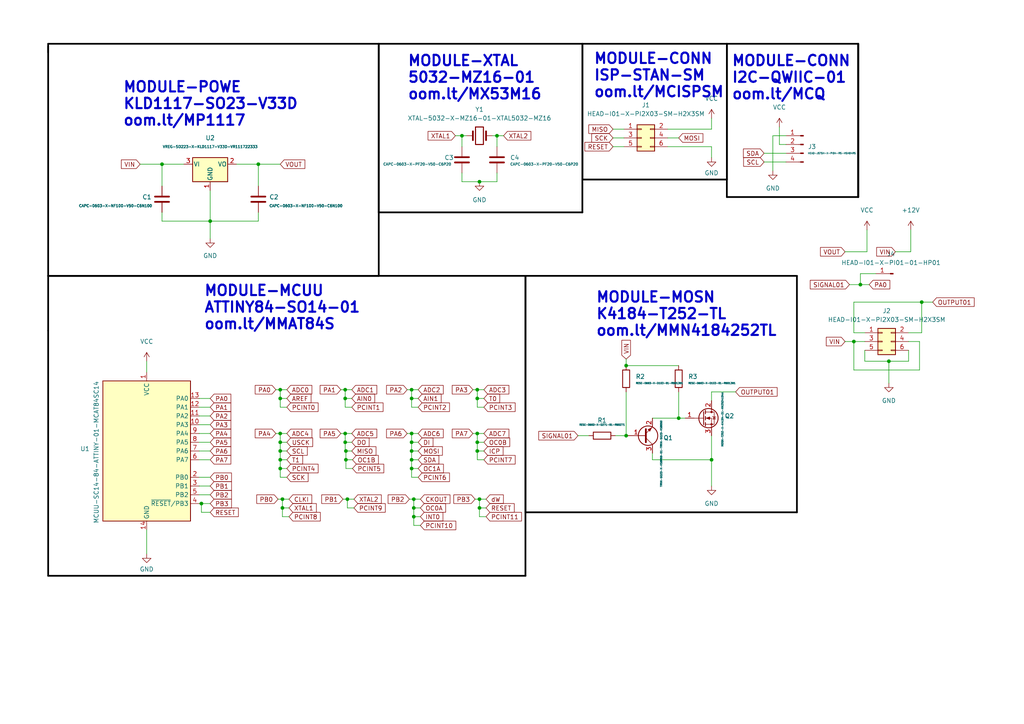
<source format=kicad_sch>
(kicad_sch (version 20230121) (generator eeschema)
  (paper "A4")
  (lib_symbols
    (symbol "CAPC-0603-X-NF100-V50-C6N100_1" (pin_numbers hide) (pin_names (offset 0.254))
      (property "Reference" "C" (at 0.635 2.54 0))
      (property "Value" "CAPC-0603-X-NF100-V50-C6N100_1" (at 0.635 -2.54 0))
      (symbol "CAPC-0603-X-NF100-V50-C6N100_1_0_1"
        (polyline (pts (xy -2.032 -0.762) (xy 2.032 -0.762)) (stroke (width 0.508)))
        (polyline (pts (xy -2.032 0.762) (xy 2.032 0.762)) (stroke (width 0.508)))
      )
      (symbol "CAPC-0603-X-NF100-V50-C6N100_1_1_1"
        (pin passive line (at 0 3.81 270) (length 2.794) (name "~") (number "1"))
        (pin passive line (at 0 -3.81 90) (length 2.794) (name "~") (number "2"))
      )
    )
    (symbol "RESE-0603-X-O103-01-R6O1301_1" (pin_numbers hide) (pin_names (offset 0))
      (property "Reference" "R" (at 2.032 0 90))
      (property "Value" "RESE-0603-X-O103-01-R6O1301_1" (at 0 0 90))
      (symbol "RESE-0603-X-O103-01-R6O1301_1_0_1"
        (rectangle (start -1.016 -2.54) (end 1.016 2.54) (stroke (width 0.254)))
      )
      (symbol "RESE-0603-X-O103-01-R6O1301_1_1_1"
        (pin passive line (at 0 3.81 270) (length 1.27) (name "~") (number "1"))
        (pin passive line (at 0 -3.81 90) (length 1.27) (name "~") (number "2"))
      )
    )
    (symbol "oomlout_OOMP_parts:CAPC-0603-X-NF100-V50-C6N100" (pin_numbers hide) (pin_names (offset 0.254))
      (property "Reference" "C" (at 0.635 2.54 0))
      (property "Value" "CAPC-0603-X-NF100-V50-C6N100" (at 0.635 -2.54 0))
      (symbol "CAPC-0603-X-NF100-V50-C6N100_0_1"
        (polyline (pts (xy -2.032 -0.762) (xy 2.032 -0.762)) (stroke (width 0.508)))
        (polyline (pts (xy -2.032 0.762) (xy 2.032 0.762)) (stroke (width 0.508)))
      )
      (symbol "CAPC-0603-X-NF100-V50-C6N100_1_1"
        (pin passive line (at 0 3.81 270) (length 2.794) (name "~") (number "1"))
        (pin passive line (at 0 -3.81 90) (length 2.794) (name "~") (number "2"))
      )
    )
    (symbol "oomlout_OOMP_parts:CAPC-0603-X-PF20-V50-C6P20" (pin_numbers hide) (pin_names (offset 0.254))
      (property "Reference" "C" (at 0.635 2.54 0))
      (property "Value" "CAPC-0603-X-PF20-V50-C6P20" (at 0.635 -2.54 0))
      (symbol "CAPC-0603-X-PF20-V50-C6P20_0_1"
        (polyline (pts (xy -2.032 -0.762) (xy 2.032 -0.762)) (stroke (width 0.508)))
        (polyline (pts (xy -2.032 0.762) (xy 2.032 0.762)) (stroke (width 0.508)))
      )
      (symbol "CAPC-0603-X-PF20-V50-C6P20_1_1"
        (pin passive line (at 0 3.81 270) (length 2.794) (name "~") (number "1"))
        (pin passive line (at 0 -3.81 90) (length 2.794) (name "~") (number "2"))
      )
    )
    (symbol "oomlout_OOMP_parts:HEAD-I01-X-PI01-01-HP01" (pin_names (offset 1.016) hide)
      (property "Reference" "J" (at 0 2.54 0))
      (property "Value" "HEAD-I01-X-PI01-01-HP01" (at 0 -2.54 0))
      (symbol "HEAD-I01-X-PI01-01-HP01_1_1"
        (polyline (pts (xy 1.27 0) (xy 0.8636 0)) (stroke (width 0.1524)))
        (rectangle (start 0.8636 0.127) (end 0 -0.127) (stroke (width 0.1524)) (fill (type outline)))
        (pin passive line (at 5.08 0 180) (length 3.81) (name "Pin_1") (number "1"))
      )
    )
    (symbol "oomlout_OOMP_parts:HEAD-I01-X-PI2X03-SM-H2X3SM" (pin_names (offset 1.016) hide)
      (property "Reference" "J" (at 1.27 5.08 0))
      (property "Value" "HEAD-I01-X-PI2X03-SM-H2X3SM" (at 1.27 -5.08 0))
      (symbol "HEAD-I01-X-PI2X03-SM-H2X3SM_1_1"
        (rectangle (start -1.27 -2.413) (end 0 -2.667) (stroke (width 0.1524)))
        (rectangle (start -1.27 0.127) (end 0 -0.127) (stroke (width 0.1524)))
        (rectangle (start -1.27 2.667) (end 0 2.413) (stroke (width 0.1524)))
        (rectangle (start -1.27 3.81) (end 3.81 -3.81) (stroke (width 0.254)) (fill (type background)))
        (rectangle (start 3.81 -2.413) (end 2.54 -2.667) (stroke (width 0.1524)))
        (rectangle (start 3.81 0.127) (end 2.54 -0.127) (stroke (width 0.1524)))
        (rectangle (start 3.81 2.667) (end 2.54 2.413) (stroke (width 0.1524)))
        (pin passive line (at -5.08 2.54 0) (length 3.81) (name "Pin_1") (number "1"))
        (pin passive line (at 7.62 2.54 180) (length 3.81) (name "Pin_2") (number "2"))
        (pin passive line (at -5.08 0 0) (length 3.81) (name "Pin_3") (number "3"))
        (pin passive line (at 7.62 0 180) (length 3.81) (name "Pin_4") (number "4"))
        (pin passive line (at -5.08 -2.54 0) (length 3.81) (name "Pin_5") (number "5"))
        (pin passive line (at 7.62 -2.54 180) (length 3.81) (name "Pin_6") (number "6"))
      )
    )
    (symbol "oomlout_OOMP_parts:HEAD-JSTSH-X-PI04-RS-HSH04RS" (pin_names (offset 1.016) hide)
      (property "Reference" "J" (at 0 5.08 0))
      (property "Value" "HEAD-JSTSH-X-PI04-RS-HSH04RS" (at 0 -7.62 0))
      (symbol "HEAD-JSTSH-X-PI04-RS-HSH04RS_1_1"
        (polyline (pts (xy 1.27 -5.08) (xy 0.8636 -5.08)) (stroke (width 0.1524)))
        (polyline (pts (xy 1.27 -2.54) (xy 0.8636 -2.54)) (stroke (width 0.1524)))
        (polyline (pts (xy 1.27 0) (xy 0.8636 0)) (stroke (width 0.1524)))
        (polyline (pts (xy 1.27 2.54) (xy 0.8636 2.54)) (stroke (width 0.1524)))
        (rectangle (start 0.8636 -4.953) (end 0 -5.207) (stroke (width 0.1524)) (fill (type outline)))
        (rectangle (start 0.8636 -2.413) (end 0 -2.667) (stroke (width 0.1524)) (fill (type outline)))
        (rectangle (start 0.8636 0.127) (end 0 -0.127) (stroke (width 0.1524)) (fill (type outline)))
        (rectangle (start 0.8636 2.667) (end 0 2.413) (stroke (width 0.1524)) (fill (type outline)))
        (pin passive line (at 5.08 2.54 180) (length 3.81) (name "Pin_1") (number "1"))
        (pin passive line (at 5.08 0 180) (length 3.81) (name "Pin_2") (number "2"))
        (pin passive line (at 5.08 -2.54 180) (length 3.81) (name "Pin_3") (number "3"))
        (pin passive line (at 5.08 -5.08 180) (length 3.81) (name "Pin_4") (number "4"))
      )
    )
    (symbol "oomlout_OOMP_parts:MCUU-SC14-84-ATTINY-01-MCAT84SC14"
      (property "Reference" "U" (at -12.7 21.59 0))
      (property "Value" "MCUU-SC14-84-ATTINY-01-MCAT84SC14" (at 2.54 -21.59 0))
      (symbol "MCUU-SC14-84-ATTINY-01-MCAT84SC14_0_1"
        (rectangle (start -12.7 -20.32) (end 12.7 20.32) (stroke (width 0.254)) (fill (type background)))
      )
      (symbol "MCUU-SC14-84-ATTINY-01-MCAT84SC14_1_1"
        (pin power_in line (at 0 22.86 270) (length 2.54) (name "VCC") (number "1"))
        (pin bidirectional line (at 15.24 7.62 180) (length 2.54) (name "PA3") (number "10"))
        (pin bidirectional line (at 15.24 10.16 180) (length 2.54) (name "PA2") (number "11"))
        (pin bidirectional line (at 15.24 12.7 180) (length 2.54) (name "PA1") (number "12"))
        (pin bidirectional line (at 15.24 15.24 180) (length 2.54) (name "PA0") (number "13"))
        (pin power_in line (at 0 -22.86 90) (length 2.54) (name "GND") (number "14"))
        (pin bidirectional line (at 15.24 -7.62 180) (length 2.54) (name "PB0") (number "2"))
        (pin bidirectional line (at 15.24 -10.16 180) (length 2.54) (name "PB1") (number "3"))
        (pin bidirectional line (at 15.24 -15.24 180) (length 2.54) (name "~{RESET}/PB3") (number "4"))
        (pin bidirectional line (at 15.24 -12.7 180) (length 2.54) (name "PB2") (number "5"))
        (pin bidirectional line (at 15.24 -2.54 180) (length 2.54) (name "PA7") (number "6"))
        (pin bidirectional line (at 15.24 0 180) (length 2.54) (name "PA6") (number "7"))
        (pin bidirectional line (at 15.24 2.54 180) (length 2.54) (name "PA5") (number "8"))
        (pin bidirectional line (at 15.24 5.08 180) (length 2.54) (name "PA4") (number "9"))
      )
    )
    (symbol "oomlout_OOMP_parts:MOSN-T252-X-K4184-01-MN2524184A" (pin_names (offset 0) hide)
      (property "Reference" "Q" (at 5.08 1.27 0))
      (property "Value" "MOSN-T252-X-K4184-01-MN2524184A" (at 5.08 -1.27 0))
      (symbol "MOSN-T252-X-K4184-01-MN2524184A_0_1"
        (polyline (pts (xy 0.254 0) (xy -2.54 0)))
        (polyline (pts (xy 0.254 1.905) (xy 0.254 -1.905)) (stroke (width 0.254)))
        (polyline (pts (xy 0.762 -1.27) (xy 0.762 -2.286)) (stroke (width 0.254)))
        (polyline (pts (xy 0.762 0.508) (xy 0.762 -0.508)) (stroke (width 0.254)))
        (polyline (pts (xy 0.762 2.286) (xy 0.762 1.27)) (stroke (width 0.254)))
        (polyline (pts (xy 2.54 2.54) (xy 2.54 1.778)))
        (polyline (pts (xy 2.54 -2.54) (xy 2.54 0) (xy 0.762 0)))
        (polyline (pts (xy 0.762 -1.778) (xy 3.302 -1.778) (xy 3.302 1.778) (xy 0.762 1.778)))
        (polyline (pts (xy 1.016 0) (xy 2.032 0.381) (xy 2.032 -0.381) (xy 1.016 0)) (fill (type outline)))
        (polyline (pts (xy 2.794 0.508) (xy 2.921 0.381) (xy 3.683 0.381) (xy 3.81 0.254)))
        (polyline (pts (xy 3.302 0.381) (xy 2.921 -0.254) (xy 3.683 -0.254) (xy 3.302 0.381)))
        (circle (center 1.651 0) (radius 2.794) (stroke (width 0.254)))
        (circle (center 2.54 -1.778) (radius 0.254) (fill (type outline)))
        (circle (center 2.54 1.778) (radius 0.254) (fill (type outline)))
      )
      (symbol "MOSN-T252-X-K4184-01-MN2524184A_1_1"
        (pin input line (at -5.08 0 0) (length 2.54) (name "G") (number "1"))
        (pin passive line (at 2.54 5.08 270) (length 2.54) (name "D") (number "2"))
        (pin passive line (at 2.54 -5.08 90) (length 2.54) (name "S") (number "3"))
      )
    )
    (symbol "oomlout_OOMP_parts:RESE-0603-X-O103-01-R6O1301" (pin_numbers hide) (pin_names (offset 0))
      (property "Reference" "R" (at 2.032 0 90))
      (property "Value" "RESE-0603-X-O103-01-R6O1301" (at 0 0 90))
      (symbol "RESE-0603-X-O103-01-R6O1301_0_1"
        (rectangle (start -1.016 -2.54) (end 1.016 2.54) (stroke (width 0.254)))
      )
      (symbol "RESE-0603-X-O103-01-R6O1301_1_1"
        (pin passive line (at 0 3.81 270) (length 1.27) (name "~") (number "1"))
        (pin passive line (at 0 -3.81 90) (length 1.27) (name "~") (number "2"))
      )
    )
    (symbol "oomlout_OOMP_parts:RESE-0603-X-O271-01-R6O271" (pin_numbers hide) (pin_names (offset 0))
      (property "Reference" "R" (at 2.032 0 90))
      (property "Value" "RESE-0603-X-O271-01-R6O271" (at 0 0 90))
      (symbol "RESE-0603-X-O271-01-R6O271_0_1"
        (rectangle (start -1.016 -2.54) (end 1.016 2.54) (stroke (width 0.254)))
      )
      (symbol "RESE-0603-X-O271-01-R6O271_1_1"
        (pin passive line (at 0 3.81 270) (length 1.27) (name "~") (number "1"))
        (pin passive line (at 0 -3.81 90) (length 1.27) (name "~") (number "2"))
      )
    )
    (symbol "oomlout_OOMP_parts:TRNN-SO23-X-KS8050-01-TRNN-SO23-KS8050" (pin_names (offset 0) hide)
      (property "Reference" "Q" (at 5.08 1.27 0))
      (property "Value" "TRNN-SO23-X-KS8050-01-TRNN-SO23-KS8050" (at 5.08 -1.27 0))
      (symbol "TRNN-SO23-X-KS8050-01-TRNN-SO23-KS8050_0_1"
        (polyline (pts (xy 0.635 0.635) (xy 2.54 2.54)))
        (polyline (pts (xy 0.635 -0.635) (xy 2.54 -2.54) (xy 2.54 -2.54)))
        (polyline (pts (xy 0.635 1.905) (xy 0.635 -1.905) (xy 0.635 -1.905)) (stroke (width 0.508)))
        (polyline (pts (xy 1.27 -1.778) (xy 1.778 -1.27) (xy 2.286 -2.286) (xy 1.27 -1.778) (xy 1.27 -1.778)) (fill (type outline)))
        (circle (center 1.27 0) (radius 2.8194) (stroke (width 0.254)))
      )
      (symbol "TRNN-SO23-X-KS8050-01-TRNN-SO23-KS8050_1_1"
        (pin input line (at -5.08 0 0) (length 5.715) (name "B") (number "1"))
        (pin passive line (at 2.54 -5.08 90) (length 2.54) (name "E") (number "2"))
        (pin passive line (at 2.54 5.08 270) (length 2.54) (name "C") (number "3"))
      )
    )
    (symbol "oomlout_OOMP_parts:VREG-SO223-X-KLD1117-V33D-VR111722333" (pin_names (offset 0.254))
      (property "Reference" "U" (at -3.81 3.175 0))
      (property "Value" "VREG-SO223-X-KLD1117-V33D-VR111722333" (at 0 3.175 0))
      (symbol "VREG-SO223-X-KLD1117-V33D-VR111722333_0_1"
        (rectangle (start -5.08 -5.08) (end 5.08 1.905) (stroke (width 0.254)) (fill (type background)))
      )
      (symbol "VREG-SO223-X-KLD1117-V33D-VR111722333_1_1"
        (pin power_in line (at 0 -7.62 90) (length 2.54) (name "GND") (number "1"))
        (pin power_out line (at 7.62 0 180) (length 2.54) (name "VO") (number "2"))
        (pin power_in line (at -7.62 0 0) (length 2.54) (name "VI") (number "3"))
      )
    )
    (symbol "oomlout_OOMP_parts:XTAL-5032-X-MZ16-01-XTAL5032-MZ16" (pin_numbers hide) (pin_names (offset 1.016) hide)
      (property "Reference" "Y" (at 0 3.81 0))
      (property "Value" "XTAL-5032-X-MZ16-01-XTAL5032-MZ16" (at 0 -3.81 0))
      (symbol "XTAL-5032-X-MZ16-01-XTAL5032-MZ16_0_1"
        (rectangle (start -1.143 2.54) (end 1.143 -2.54) (stroke (width 0.3048)))
        (polyline (pts (xy -2.54 0) (xy -1.905 0)))
        (polyline (pts (xy -1.905 -1.27) (xy -1.905 1.27)) (stroke (width 0.508)))
        (polyline (pts (xy 1.905 -1.27) (xy 1.905 1.27)) (stroke (width 0.508)))
        (polyline (pts (xy 2.54 0) (xy 1.905 0)))
      )
      (symbol "XTAL-5032-X-MZ16-01-XTAL5032-MZ16_1_1"
        (pin passive line (at -3.81 0 0) (length 1.27) (name "1") (number "1"))
        (pin passive line (at 3.81 0 180) (length 1.27) (name "2") (number "2"))
      )
    )
    (symbol "power:+12V" (power) (pin_names (offset 0))
      (property "Value" "+12V" (at 0 3.556 0))
      (symbol "+12V_0_1"
        (polyline (pts (xy -0.762 1.27) (xy 0 2.54)))
        (polyline (pts (xy 0 0) (xy 0 2.54)))
        (polyline (pts (xy 0 2.54) (xy 0.762 1.27)))
      )
      (symbol "+12V_1_1"
        (pin power_in line (at 0 0 90) (length 0) hide (name "+12V") (number "1"))
      )
    )
    (symbol "power:GND" (power) (pin_names (offset 0))
      (property "Value" "GND" (at 0 -3.81 0))
      (symbol "GND_0_1"
        (polyline (pts (xy 0 0) (xy 0 -1.27) (xy 1.27 -1.27) (xy 0 -2.54) (xy -1.27 -1.27) (xy 0 -1.27)))
      )
      (symbol "GND_1_1"
        (pin power_in line (at 0 0 270) (length 0) hide (name "GND") (number "1"))
      )
    )
    (symbol "power:VCC" (power) (pin_names (offset 0))
      (property "Value" "VCC" (at 0 3.81 0))
      (symbol "VCC_0_1"
        (polyline (pts (xy -0.762 1.27) (xy 0 2.54)))
        (polyline (pts (xy 0 0) (xy 0 2.54)))
        (polyline (pts (xy 0 2.54) (xy 0.762 1.27)))
      )
      (symbol "VCC_1_1"
        (pin power_in line (at 0 0 90) (length 0) hide (name "VCC") (number "1"))
      )
    )
  )
  (junction (at 81.915 144.78))
  (junction (at 120.015 147.32))
  (junction (at 119.38 128.27))
  (junction (at 100.1178 115.57))
  (junction (at 46.99 47.625))
  (junction (at 119.38 115.57))
  (junction (at 100.1178 113.03))
  (junction (at 81.28 130.81))
  (junction (at 120.015 144.78))
  (junction (at 257.81 104.775))
  (junction (at 60.96 64.135))
  (junction (at 139.065 144.78))
  (junction (at 139.065 52.705))
  (junction (at 267.335 87.63))
  (junction (at 119.38 135.89))
  (junction (at 81.915 147.32))
  (junction (at 81.28 135.89))
  (junction (at 81.28 115.57))
  (junction (at 138.43 113.03))
  (junction (at 247.65 99.06))
  (junction (at 81.28 113.03))
  (junction (at 139.065 147.32))
  (junction (at 138.43 115.57))
  (junction (at 181.61 106.045))
  (junction (at 119.38 125.73))
  (junction (at 138.43 130.81))
  (junction (at 100.7528 144.78))
  (junction (at 181.61 126.365))
  (junction (at 81.28 128.27))
  (junction (at 81.28 133.35))
  (junction (at 100.33 130.81))
  (junction (at 100.33 133.35))
  (junction (at 138.43 128.27))
  (junction (at 119.38 133.35))
  (junction (at 100.1178 128.27))
  (junction (at 133.985 39.37))
  (junction (at 120.015 149.86))
  (junction (at 144.145 39.37))
  (junction (at 119.38 113.03))
  (junction (at 81.28 125.73))
  (junction (at 119.38 130.81))
  (junction (at 58.42 146.05))
  (junction (at 196.85 121.285))
  (junction (at 206.375 133.35))
  (junction (at 74.93 47.625))
  (junction (at 138.43 125.73))
  (junction (at 100.1178 125.73))
  (junction (at 249.555 82.55))
  (wire (pts (xy 74.93 47.625) (xy 81.28 47.625)))
  (polyline (pts (xy 248.92 12.7) (xy 248.92 57.15)) (stroke (width 0.5) (type solid) (color 0 0 0 1)))
  (wire (pts (xy 57.785 115.57) (xy 60.96 115.57)))
  (wire (pts (xy 257.81 104.775) (xy 257.81 111.125)))
  (wire (pts (xy 74.93 61.595) (xy 74.93 64.135)))
  (wire (pts (xy 139.065 52.705) (xy 133.985 52.705)))
  (wire (pts (xy 266.7 107.315) (xy 266.7 99.06)))
  (wire (pts (xy 121.285 133.35) (xy 119.38 133.35)))
  (wire (pts (xy 81.28 115.57) (xy 81.28 118.11)))
  (wire (pts (xy 74.93 64.135) (xy 60.96 64.135)))
  (wire (pts (xy 119.38 125.73) (xy 121.285 125.73)))
  (wire (pts (xy 196.85 113.665) (xy 196.85 121.285)))
  (polyline (pts (xy 210.82 12.7) (xy 248.92 12.7)) (stroke (width 0.5) (type solid) (color 0 0 0 1)))
  (wire (pts (xy 249.555 82.55) (xy 252.095 82.55)))
  (polyline (pts (xy 109.855 80.01) (xy 109.855 12.7)) (stroke (width 0.5) (type solid) (color 0 0 0 1)))
  (wire (pts (xy 138.43 115.57) (xy 138.43 113.03)))
  (wire (pts (xy 121.92 152.4) (xy 120.015 152.4)))
  (wire (pts (xy 119.38 115.57) (xy 119.38 118.11)))
  (wire (pts (xy 221.615 46.99) (xy 227.965 46.99)))
  (wire (pts (xy 245.11 99.06) (xy 247.65 99.06)))
  (wire (pts (xy 138.43 115.57) (xy 138.43 118.11)))
  (wire (pts (xy 60.96 148.59) (xy 58.42 148.59)))
  (wire (pts (xy 98.8478 113.03) (xy 100.1178 113.03)))
  (wire (pts (xy 81.28 135.89) (xy 81.28 133.35)))
  (wire (pts (xy 227.965 39.37) (xy 224.155 39.37)))
  (polyline (pts (xy 13.97 12.7) (xy 13.97 15.24)) (stroke (width 0.5) (color 0 0 0 1)))
  (wire (pts (xy 224.155 39.37) (xy 224.155 49.53)))
  (polyline (pts (xy 152.4 167.005) (xy 13.97 167.005)) (stroke (width 0.5) (type solid) (color 0 0 0 1)))
  (wire (pts (xy 120.015 144.78) (xy 121.92 144.78)))
  (wire (pts (xy 100.33 130.81) (xy 102.0228 130.81)))
  (polyline (pts (xy 152.4 80.01) (xy 231.14 80.01)) (stroke (width 0.5) (type solid) (color 0 0 0 1)))
  (wire (pts (xy 193.675 40.005) (xy 196.85 40.005)))
  (polyline (pts (xy 152.4 80.01) (xy 152.4 167.005)) (stroke (width 0.5) (type solid) (color 0 0 0 1)))
  (wire (pts (xy 177.8 40.005) (xy 180.975 40.005)))
  (wire (pts (xy 263.525 101.6) (xy 263.525 104.775)))
  (wire (pts (xy 250.825 96.52) (xy 247.65 96.52)))
  (wire (pts (xy 119.38 138.43) (xy 119.38 135.89)))
  (polyline (pts (xy 210.82 12.7) (xy 210.82 57.15)) (stroke (width 0.5) (type solid) (color 0 0 0 1)))
  (wire (pts (xy 121.285 128.27) (xy 119.38 128.27)))
  (wire (pts (xy 250.825 104.775) (xy 250.825 101.6)))
  (wire (pts (xy 57.785 133.35) (xy 60.96 133.35)))
  (wire (pts (xy 81.28 135.89) (xy 81.28 138.43)))
  (wire (pts (xy 138.43 118.11) (xy 140.335 118.11)))
  (wire (pts (xy 221.615 44.45) (xy 227.965 44.45)))
  (wire (pts (xy 139.065 149.86) (xy 140.97 149.86)))
  (wire (pts (xy 144.145 52.705) (xy 144.145 50.165)))
  (wire (pts (xy 137.795 144.78) (xy 139.065 144.78)))
  (polyline (pts (xy 231.14 148.59) (xy 231.14 80.01)) (stroke (width 0.5) (type solid) (color 0 0 0 1)))
  (wire (pts (xy 138.43 133.35) (xy 138.43 130.81)))
  (wire (pts (xy 121.285 138.43) (xy 119.38 138.43)))
  (wire (pts (xy 119.38 135.89) (xy 119.38 133.35)))
  (wire (pts (xy 58.42 146.05) (xy 60.96 146.05)))
  (wire (pts (xy 83.185 135.89) (xy 81.28 135.89)))
  (wire (pts (xy 57.785 120.65) (xy 60.96 120.65)))
  (polyline (pts (xy 13.97 12.7) (xy 109.855 12.7)) (stroke (width 0.5) (type solid) (color 0 0 0 1)))
  (wire (pts (xy 57.785 118.11) (xy 60.96 118.11)))
  (wire (pts (xy 181.61 113.665) (xy 181.61 126.365)))
  (wire (pts (xy 193.675 37.465) (xy 206.375 37.465)))
  (wire (pts (xy 133.985 52.705) (xy 133.985 50.165)))
  (polyline (pts (xy 210.82 57.15) (xy 248.92 57.15)) (stroke (width 0.5) (type solid) (color 0 0 0 1)))
  (wire (pts (xy 98.8478 125.73) (xy 100.1178 125.73)))
  (wire (pts (xy 120.015 149.86) (xy 121.92 149.86)))
  (wire (pts (xy 206.375 45.72) (xy 206.375 42.545)))
  (wire (pts (xy 181.61 104.14) (xy 181.61 106.045)))
  (wire (pts (xy 100.1178 118.11) (xy 102.0228 118.11)))
  (wire (pts (xy 249.555 79.375) (xy 254 79.375)))
  (wire (pts (xy 100.7528 147.32) (xy 100.7528 144.78)))
  (wire (pts (xy 57.785 130.81) (xy 60.96 130.81)))
  (wire (pts (xy 137.16 125.73) (xy 138.43 125.73)))
  (polyline (pts (xy 152.4 80.01) (xy 152.4 148.59)) (stroke (width 0.5) (type solid) (color 0 0 0 1)))
  (wire (pts (xy 102.235 133.35) (xy 100.33 133.35)))
  (wire (pts (xy 189.23 131.445) (xy 189.23 133.35)))
  (wire (pts (xy 100.7528 144.78) (xy 102.6578 144.78)))
  (wire (pts (xy 102.235 135.89) (xy 100.33 135.89)))
  (wire (pts (xy 81.915 147.32) (xy 81.915 144.78)))
  (wire (pts (xy 206.375 126.365) (xy 206.375 133.35)))
  (wire (pts (xy 100.1178 128.27) (xy 100.1178 130.81)))
  (wire (pts (xy 100.33 135.89) (xy 100.33 133.35)))
  (wire (pts (xy 119.38 128.27) (xy 119.38 125.73)))
  (polyline (pts (xy 210.82 52.07) (xy 210.82 12.7)) (stroke (width 0.5) (type solid) (color 0 0 0 1)))
  (wire (pts (xy 102.0228 115.57) (xy 100.1178 115.57)))
  (wire (pts (xy 139.065 147.32) (xy 139.065 149.86)))
  (wire (pts (xy 257.81 104.775) (xy 250.825 104.775)))
  (wire (pts (xy 81.28 128.27) (xy 81.28 130.81)))
  (wire (pts (xy 81.915 144.78) (xy 83.82 144.78)))
  (polyline (pts (xy 13.97 80.01) (xy 109.855 80.01)) (stroke (width 0.5) (type solid) (color 0 0 0 1)))
  (polyline (pts (xy 13.97 95.885) (xy 13.97 167.005)) (stroke (width 0.5) (type solid) (color 0 0 0 1)))
  (wire (pts (xy 121.285 135.89) (xy 119.38 135.89)))
  (wire (pts (xy 102.0228 128.27) (xy 100.1178 128.27)))
  (wire (pts (xy 57.785 140.97) (xy 60.96 140.97)))
  (wire (pts (xy 74.93 47.625) (xy 74.93 53.975)))
  (wire (pts (xy 81.28 118.11) (xy 83.185 118.11)))
  (wire (pts (xy 100.1178 113.03) (xy 102.0228 113.03)))
  (wire (pts (xy 57.785 128.27) (xy 60.96 128.27)))
  (wire (pts (xy 246.38 82.55) (xy 249.555 82.55)))
  (wire (pts (xy 138.43 130.81) (xy 140.335 130.81)))
  (wire (pts (xy 83.185 128.27) (xy 81.28 128.27)))
  (wire (pts (xy 81.28 133.35) (xy 83.185 133.35)))
  (polyline (pts (xy 109.855 12.7) (xy 109.855 61.595)) (stroke (width 0.5) (type solid) (color 0 0 0 1)))
  (wire (pts (xy 81.28 113.03) (xy 83.185 113.03)))
  (wire (pts (xy 57.785 123.19) (xy 60.96 123.19)))
  (wire (pts (xy 120.015 149.86) (xy 120.015 152.4)))
  (wire (pts (xy 144.145 39.37) (xy 144.145 42.545)))
  (wire (pts (xy 226.06 41.91) (xy 226.06 36.83)))
  (wire (pts (xy 42.545 104.775) (xy 42.545 107.95)))
  (wire (pts (xy 138.43 128.27) (xy 138.43 130.81)))
  (wire (pts (xy 118.745 144.78) (xy 120.015 144.78)))
  (wire (pts (xy 133.985 39.37) (xy 135.255 39.37)))
  (wire (pts (xy 249.555 82.55) (xy 249.555 79.375)))
  (wire (pts (xy 247.65 107.315) (xy 266.7 107.315)))
  (wire (pts (xy 250.825 99.06) (xy 247.65 99.06)))
  (wire (pts (xy 139.065 52.705) (xy 144.145 52.705)))
  (wire (pts (xy 142.875 39.37) (xy 144.145 39.37)))
  (polyline (pts (xy 168.91 52.07) (xy 210.82 52.07)) (stroke (width 0.5) (type solid) (color 0 0 0 1)))
  (wire (pts (xy 100.1178 115.57) (xy 100.1178 113.03)))
  (wire (pts (xy 178.435 126.365) (xy 181.61 126.365)))
  (wire (pts (xy 119.38 115.57) (xy 119.38 113.03)))
  (wire (pts (xy 264.16 73.025) (xy 264.16 66.675)))
  (wire (pts (xy 81.915 149.86) (xy 83.82 149.86)))
  (wire (pts (xy 189.23 133.35) (xy 206.375 133.35)))
  (polyline (pts (xy 168.91 12.7) (xy 210.82 12.7)) (stroke (width 0.5) (type solid) (color 0 0 0 1)))
  (wire (pts (xy 267.335 96.52) (xy 263.525 96.52)))
  (polyline (pts (xy 13.97 13.335) (xy 13.97 80.01)) (stroke (width 0.5) (type solid) (color 0 0 0 1)))
  (polyline (pts (xy 109.855 12.7) (xy 168.91 12.7)) (stroke (width 0.5) (type solid) (color 0 0 0 1)))
  (wire (pts (xy 206.375 116.205) (xy 206.375 113.665)))
  (polyline (pts (xy 13.97 80.01) (xy 152.4 80.01)) (stroke (width 0.5) (type solid) (color 0 0 0 1)))
  (wire (pts (xy 81.915 147.32) (xy 81.915 149.86)))
  (wire (pts (xy 119.38 118.11) (xy 121.285 118.11)))
  (wire (pts (xy 42.545 153.67) (xy 42.545 160.655)))
  (wire (pts (xy 132.08 39.37) (xy 133.985 39.37)))
  (wire (pts (xy 121.285 115.57) (xy 119.38 115.57)))
  (wire (pts (xy 119.38 130.81) (xy 119.38 133.35)))
  (wire (pts (xy 177.8 37.465) (xy 180.975 37.465)))
  (wire (pts (xy 138.43 113.03) (xy 140.335 113.03)))
  (wire (pts (xy 206.375 113.665) (xy 213.36 113.665)))
  (wire (pts (xy 100.1178 115.57) (xy 100.1178 118.11)))
  (wire (pts (xy 100.1178 130.81) (xy 100.33 130.81)))
  (wire (pts (xy 206.375 133.35) (xy 206.375 140.97)))
  (wire (pts (xy 167.64 126.365) (xy 170.815 126.365)))
  (wire (pts (xy 206.375 42.545) (xy 193.675 42.545)))
  (wire (pts (xy 121.92 147.32) (xy 120.015 147.32)))
  (wire (pts (xy 196.85 121.285) (xy 198.755 121.285)))
  (wire (pts (xy 100.1178 125.73) (xy 102.0228 125.73)))
  (wire (pts (xy 80.01 125.73) (xy 81.28 125.73)))
  (wire (pts (xy 139.065 147.32) (xy 139.065 144.78)))
  (wire (pts (xy 138.43 125.73) (xy 140.335 125.73)))
  (wire (pts (xy 60.96 55.245) (xy 60.96 64.135)))
  (wire (pts (xy 137.16 113.03) (xy 138.43 113.03)))
  (wire (pts (xy 267.335 87.63) (xy 270.51 87.63)))
  (wire (pts (xy 68.58 47.625) (xy 74.93 47.625)))
  (wire (pts (xy 267.335 87.63) (xy 267.335 96.52)))
  (wire (pts (xy 140.335 133.35) (xy 138.43 133.35)))
  (wire (pts (xy 83.185 115.57) (xy 81.28 115.57)))
  (wire (pts (xy 100.33 133.35) (xy 100.33 130.81)))
  (wire (pts (xy 119.38 113.03) (xy 121.285 113.03)))
  (wire (pts (xy 139.065 144.78) (xy 140.97 144.78)))
  (polyline (pts (xy 152.4 148.59) (xy 231.14 148.59)) (stroke (width 0.5) (type solid) (color 0 0 0 1)))
  (wire (pts (xy 46.99 47.625) (xy 46.99 53.975)))
  (wire (pts (xy 259.715 73.025) (xy 264.16 73.025)))
  (wire (pts (xy 189.23 121.285) (xy 196.85 121.285)))
  (wire (pts (xy 266.7 99.06) (xy 263.525 99.06)))
  (wire (pts (xy 81.28 128.27) (xy 81.28 125.73)))
  (wire (pts (xy 81.28 125.73) (xy 83.185 125.73)))
  (wire (pts (xy 140.335 115.57) (xy 138.43 115.57)))
  (wire (pts (xy 251.46 73.025) (xy 245.11 73.025)))
  (wire (pts (xy 81.28 138.43) (xy 83.185 138.43)))
  (wire (pts (xy 247.65 96.52) (xy 247.65 87.63)))
  (wire (pts (xy 227.965 41.91) (xy 226.06 41.91)))
  (wire (pts (xy 138.43 128.27) (xy 138.43 125.73)))
  (wire (pts (xy 120.015 147.32) (xy 120.015 149.86)))
  (wire (pts (xy 140.335 128.27) (xy 138.43 128.27)))
  (wire (pts (xy 80.645 144.78) (xy 81.915 144.78)))
  (wire (pts (xy 247.65 87.63) (xy 267.335 87.63)))
  (wire (pts (xy 57.785 138.43) (xy 60.96 138.43)))
  (wire (pts (xy 46.99 47.625) (xy 53.34 47.625)))
  (polyline (pts (xy 248.92 12.7) (xy 248.92 57.15)) (stroke (width 0.5) (type solid) (color 0 0 0 1)))
  (wire (pts (xy 81.28 115.57) (xy 81.28 113.03)))
  (wire (pts (xy 181.61 106.045) (xy 196.85 106.045)))
  (wire (pts (xy 144.145 39.37) (xy 146.05 39.37)))
  (wire (pts (xy 57.785 143.51) (xy 60.96 143.51)))
  (wire (pts (xy 40.64 47.625) (xy 46.99 47.625)))
  (wire (pts (xy 118.11 113.03) (xy 119.38 113.03)))
  (wire (pts (xy 83.82 147.32) (xy 81.915 147.32)))
  (wire (pts (xy 206.375 37.465) (xy 206.375 34.29)))
  (wire (pts (xy 60.96 64.135) (xy 46.99 64.135)))
  (wire (pts (xy 60.96 64.135) (xy 60.96 69.215)))
  (wire (pts (xy 81.28 130.81) (xy 81.28 133.35)))
  (polyline (pts (xy 168.91 61.595) (xy 168.91 12.7)) (stroke (width 0.5) (type solid) (color 0 0 0 1)))
  (wire (pts (xy 251.46 66.675) (xy 251.46 73.025)))
  (wire (pts (xy 58.42 148.59) (xy 58.42 146.05)))
  (wire (pts (xy 119.38 130.81) (xy 121.285 130.81)))
  (wire (pts (xy 119.38 128.27) (xy 119.38 130.81)))
  (polyline (pts (xy 13.97 95.885) (xy 13.97 80.01)) (stroke (width 0.5) (type solid) (color 0 0 0 1)))
  (wire (pts (xy 102.6578 147.32) (xy 100.7528 147.32)))
  (wire (pts (xy 100.1178 128.27) (xy 100.1178 125.73)))
  (polyline (pts (xy 168.91 12.7) (xy 168.91 52.07)) (stroke (width 0.5) (type solid) (color 0 0 0 1)))
  (wire (pts (xy 247.65 99.06) (xy 247.65 107.315)))
  (wire (pts (xy 177.8 42.545) (xy 180.975 42.545)))
  (wire (pts (xy 118.11 125.73) (xy 119.38 125.73)))
  (polyline (pts (xy 248.92 57.15) (xy 248.92 12.7)) (stroke (width 0.5) (type solid) (color 0 0 0 1)))
  (polyline (pts (xy 109.855 61.595) (xy 168.91 61.595)) (stroke (width 0.5) (type solid) (color 0 0 0 1)))
  (wire (pts (xy 133.985 39.37) (xy 133.985 42.545)))
  (wire (pts (xy 57.785 125.73) (xy 60.96 125.73)))
  (wire (pts (xy 263.525 104.775) (xy 257.81 104.775)))
  (wire (pts (xy 140.97 147.32) (xy 139.065 147.32)))
  (wire (pts (xy 120.015 147.32) (xy 120.015 144.78)))
  (wire (pts (xy 57.785 146.05) (xy 58.42 146.05)))
  (wire (pts (xy 46.99 64.135) (xy 46.99 61.595)))
  (wire (pts (xy 81.28 130.81) (xy 83.185 130.81)))
  (wire (pts (xy 80.01 113.03) (xy 81.28 113.03)))
  (wire (pts (xy 99.4828 144.78) (xy 100.7528 144.78)))
  (text "MODULE-MCUU\nATTINY84-SO14-01\noom.lt/MMAT84S" (at 59.055 95.885 0) (effects (font (size 3 3) (thickness 0.6) bold) (justify left bottom)))
  (text "MODULE-POWE\nKLD1117-SO23-V33D\noom.lt/MP1117" (at 35.56 36.83 0) (effects (font (size 3 3) (thickness 0.6) bold) (justify left bottom)))
  (text "MODULE-CONN\nI2C-QWIIC-01\noom.lt/MCQ" (at 212.09 29.21 0) (effects (font (size 3 3) (thickness 0.6) bold) (justify left bottom)))
  (text "MODULE-XTAL\n5032-MZ16-01\noom.lt/MX53M16" (at 118.11 29.21 0) (effects (font (size 3 3) (thickness 0.6) bold) (justify left bottom)))
  (text "MODULE-MOSN\nK4184-T252-TL\noom.lt/MMN4184252TL" (at 172.72 97.79 0) (effects (font (size 3 3) (thickness 0.6) bold) (justify left bottom)))
  (text "MODULE-CONN\nISP-STAN-SM\noom.lt/MCISPSM" (at 172.085 28.575 0) (effects (font (size 3 3) (thickness 0.6) bold) (justify left bottom)))
  (global_label "SCK" (shape input) (at 83.185 138.43 0) (property "Intersheetrefs" "${INTERSHEET_REFS}" (effects hide)))
  (global_label "ADC5" (shape input) (at 102.0228 125.73 0) (property "Intersheetrefs" "${INTERSHEET_REFS}" (effects hide)))
  (global_label "XTAL2" (shape input) (at 102.6578 144.78 0) (property "Intersheetrefs" "${INTERSHEET_REFS}" (effects hide)))
  (global_label "DO" (shape input) (at 102.0228 128.27 0) (property "Intersheetrefs" "${INTERSHEET_REFS}" (effects hide)))
  (global_label "SDA" (shape input) (at 121.285 133.35 0) (property "Intersheetrefs" "${INTERSHEET_REFS}" (effects hide)))
  (global_label "OC1A" (shape input) (at 121.285 135.89 0) (property "Intersheetrefs" "${INTERSHEET_REFS}" (effects hide)))
  (global_label "VIN" (shape input) (at 40.64 47.625 180) (property "Intersheetrefs" "${INTERSHEET_REFS}" (effects hide)))
  (global_label "MOSI" (shape input) (at 121.285 130.81 0) (property "Intersheetrefs" "${INTERSHEET_REFS}" (effects hide)))
  (global_label "SIGNAL01" (shape input) (at 246.38 82.55 180) (property "Intersheetrefs" "${INTERSHEET_REFS}" (effects hide)))
  (global_label "PB2" (shape input) (at 118.745 144.78 180) (property "Intersheetrefs" "${INTERSHEET_REFS}" (effects hide)))
  (global_label "SCL" (shape input) (at 83.185 130.81 0) (property "Intersheetrefs" "${INTERSHEET_REFS}" (effects hide)))
  (global_label "XTAL1" (shape input) (at 83.82 147.32 0) (property "Intersheetrefs" "${INTERSHEET_REFS}" (effects hide)))
  (global_label "MISO" (shape input) (at 102.0228 130.81 0) (property "Intersheetrefs" "${INTERSHEET_REFS}" (effects hide)))
  (global_label "XTAL1" (shape input) (at 132.08 39.37 180) (property "Intersheetrefs" "${INTERSHEET_REFS}" (effects hide)))
  (global_label "PA2" (shape input) (at 60.96 120.65 0) (property "Intersheetrefs" "${INTERSHEET_REFS}" (effects hide)))
  (global_label "PB3" (shape input) (at 137.795 144.78 180) (property "Intersheetrefs" "${INTERSHEET_REFS}" (effects hide)))
  (global_label "AREF" (shape input) (at 83.185 115.57 0) (property "Intersheetrefs" "${INTERSHEET_REFS}" (effects hide)))
  (global_label "OUTPUT01" (shape input) (at 270.51 87.63 0) (property "Intersheetrefs" "${INTERSHEET_REFS}" (effects hide)))
  (global_label "RESET" (shape input) (at 140.97 147.32 0) (property "Intersheetrefs" "${INTERSHEET_REFS}" (effects hide)))
  (global_label "PA2" (shape input) (at 118.11 113.03 180) (property "Intersheetrefs" "${INTERSHEET_REFS}" (effects hide)))
  (global_label "PCINT7" (shape input) (at 140.335 133.35 0) (property "Intersheetrefs" "${INTERSHEET_REFS}" (effects hide)))
  (global_label "CLKI" (shape input) (at 83.82 144.78 0) (property "Intersheetrefs" "${INTERSHEET_REFS}" (effects hide)))
  (global_label "PA1" (shape input) (at 60.96 118.11 0) (property "Intersheetrefs" "${INTERSHEET_REFS}" (effects hide)))
  (global_label "PCINT3" (shape input) (at 140.335 118.11 0) (property "Intersheetrefs" "${INTERSHEET_REFS}" (effects hide)))
  (global_label "RESET" (shape input) (at 177.8 42.545 180) (property "Intersheetrefs" "${INTERSHEET_REFS}" (effects hide)))
  (global_label "PA5" (shape input) (at 98.8478 125.73 180) (property "Intersheetrefs" "${INTERSHEET_REFS}" (effects hide)))
  (global_label "SCK" (shape input) (at 177.8 40.005 180) (property "Intersheetrefs" "${INTERSHEET_REFS}" (effects hide)))
  (global_label "PB3" (shape input) (at 60.96 146.05 0) (property "Intersheetrefs" "${INTERSHEET_REFS}" (effects hide)))
  (global_label "PCINT10" (shape input) (at 121.92 152.4 0) (property "Intersheetrefs" "${INTERSHEET_REFS}" (effects hide)))
  (global_label "PCINT9" (shape input) (at 102.6578 147.32 0) (property "Intersheetrefs" "${INTERSHEET_REFS}" (effects hide)))
  (global_label "PB0" (shape input) (at 60.96 138.43 0) (property "Intersheetrefs" "${INTERSHEET_REFS}" (effects hide)))
  (global_label "ADC7" (shape input) (at 140.335 125.73 0) (property "Intersheetrefs" "${INTERSHEET_REFS}" (effects hide)))
  (global_label "USCK" (shape input) (at 83.185 128.27 0) (property "Intersheetrefs" "${INTERSHEET_REFS}" (effects hide)))
  (global_label "ICP" (shape input) (at 140.335 130.81 0) (property "Intersheetrefs" "${INTERSHEET_REFS}" (effects hide)))
  (global_label "PA0" (shape input) (at 60.96 115.57 0) (property "Intersheetrefs" "${INTERSHEET_REFS}" (effects hide)))
  (global_label "VIN" (shape input) (at 245.11 99.06 180) (property "Intersheetrefs" "${INTERSHEET_REFS}" (effects hide)))
  (global_label "MISO" (shape input) (at 177.8 37.465 180) (property "Intersheetrefs" "${INTERSHEET_REFS}" (effects hide)))
  (global_label "PA3" (shape input) (at 60.96 123.19 0) (property "Intersheetrefs" "${INTERSHEET_REFS}" (effects hide)))
  (global_label "INT0" (shape input) (at 121.92 149.86 0) (property "Intersheetrefs" "${INTERSHEET_REFS}" (effects hide)))
  (global_label "PCINT0" (shape input) (at 83.185 118.11 0) (property "Intersheetrefs" "${INTERSHEET_REFS}" (effects hide)))
  (global_label "PB0" (shape input) (at 80.645 144.78 180) (property "Intersheetrefs" "${INTERSHEET_REFS}" (effects hide)))
  (global_label "SIGNAL01" (shape input) (at 167.64 126.365 180) (property "Intersheetrefs" "${INTERSHEET_REFS}" (effects hide)))
  (global_label "OC0A" (shape input) (at 121.92 147.32 0) (property "Intersheetrefs" "${INTERSHEET_REFS}" (effects hide)))
  (global_label "PA0" (shape input) (at 80.01 113.03 180) (property "Intersheetrefs" "${INTERSHEET_REFS}" (effects hide)))
  (global_label "T1" (shape input) (at 83.185 133.35 0) (property "Intersheetrefs" "${INTERSHEET_REFS}" (effects hide)))
  (global_label "PA1" (shape input) (at 98.8478 113.03 180) (property "Intersheetrefs" "${INTERSHEET_REFS}" (effects hide)))
  (global_label "ADC0" (shape input) (at 83.185 113.03 0) (property "Intersheetrefs" "${INTERSHEET_REFS}" (effects hide)))
  (global_label "SDA" (shape input) (at 221.615 44.45 180) (property "Intersheetrefs" "${INTERSHEET_REFS}" (effects hide)))
  (global_label "DI" (shape input) (at 121.285 128.27 0) (property "Intersheetrefs" "${INTERSHEET_REFS}" (effects hide)))
  (global_label "PB2" (shape input) (at 60.96 143.51 0) (property "Intersheetrefs" "${INTERSHEET_REFS}" (effects hide)))
  (global_label "OC1B" (shape input) (at 102.235 133.35 0) (property "Intersheetrefs" "${INTERSHEET_REFS}" (effects hide)))
  (global_label "OUTPUT01" (shape input) (at 213.36 113.665 0) (property "Intersheetrefs" "${INTERSHEET_REFS}" (effects hide)))
  (global_label "PCINT11" (shape input) (at 140.97 149.86 0) (property "Intersheetrefs" "${INTERSHEET_REFS}" (effects hide)))
  (global_label "PCINT1" (shape input) (at 102.0228 118.11 0) (property "Intersheetrefs" "${INTERSHEET_REFS}" (effects hide)))
  (global_label "PA7" (shape input) (at 137.16 125.73 180) (property "Intersheetrefs" "${INTERSHEET_REFS}" (effects hide)))
  (global_label "ADC2" (shape input) (at 121.285 113.03 0) (property "Intersheetrefs" "${INTERSHEET_REFS}" (effects hide)))
  (global_label "PB1" (shape input) (at 99.4828 144.78 180) (property "Intersheetrefs" "${INTERSHEET_REFS}" (effects hide)))
  (global_label "CKOUT" (shape input) (at 121.92 144.78 0) (property "Intersheetrefs" "${INTERSHEET_REFS}" (effects hide)))
  (global_label "PA4" (shape input) (at 80.01 125.73 180) (property "Intersheetrefs" "${INTERSHEET_REFS}" (effects hide)))
  (global_label "ADC4" (shape input) (at 83.185 125.73 0) (property "Intersheetrefs" "${INTERSHEET_REFS}" (effects hide)))
  (global_label "VIN" (shape input) (at 259.715 73.025 180) (property "Intersheetrefs" "${INTERSHEET_REFS}" (effects hide)))
  (global_label "VOUT" (shape input) (at 245.11 73.025 180) (property "Intersheetrefs" "${INTERSHEET_REFS}" (effects hide)))
  (global_label "PA6" (shape input) (at 118.11 125.73 180) (property "Intersheetrefs" "${INTERSHEET_REFS}" (effects hide)))
  (global_label "PCINT2" (shape input) (at 121.285 118.11 0) (property "Intersheetrefs" "${INTERSHEET_REFS}" (effects hide)))
  (global_label "dW" (shape input) (at 140.97 144.78 0) (property "Intersheetrefs" "${INTERSHEET_REFS}" (effects hide)))
  (global_label "PB1" (shape input) (at 60.96 140.97 0) (property "Intersheetrefs" "${INTERSHEET_REFS}" (effects hide)))
  (global_label "ADC1" (shape input) (at 102.0228 113.03 0) (property "Intersheetrefs" "${INTERSHEET_REFS}" (effects hide)))
  (global_label "ADC3" (shape input) (at 140.335 113.03 0) (property "Intersheetrefs" "${INTERSHEET_REFS}" (effects hide)))
  (global_label "PA6" (shape input) (at 60.96 130.81 0) (property "Intersheetrefs" "${INTERSHEET_REFS}" (effects hide)))
  (global_label "PA7" (shape input) (at 60.96 133.35 0) (property "Intersheetrefs" "${INTERSHEET_REFS}" (effects hide)))
  (global_label "RESET" (shape input) (at 60.96 148.59 0) (property "Intersheetrefs" "${INTERSHEET_REFS}" (effects hide)))
  (global_label "PA0" (shape input) (at 252.095 82.55 0) (property "Intersheetrefs" "${INTERSHEET_REFS}" (effects hide)))
  (global_label "PA4" (shape input) (at 60.96 125.73 0) (property "Intersheetrefs" "${INTERSHEET_REFS}" (effects hide)))
  (global_label "SCL" (shape input) (at 221.615 46.99 180) (property "Intersheetrefs" "${INTERSHEET_REFS}" (effects hide)))
  (global_label "XTAL2" (shape input) (at 146.05 39.37 0) (property "Intersheetrefs" "${INTERSHEET_REFS}" (effects hide)))
  (global_label "AIN1" (shape input) (at 121.285 115.57 0) (property "Intersheetrefs" "${INTERSHEET_REFS}" (effects hide)))
  (global_label "VIN" (shape input) (at 181.61 104.14 90) (property "Intersheetrefs" "${INTERSHEET_REFS}" (effects hide)))
  (global_label "T0" (shape input) (at 140.335 115.57 0) (property "Intersheetrefs" "${INTERSHEET_REFS}" (effects hide)))
  (global_label "PA3" (shape input) (at 137.16 113.03 180) (property "Intersheetrefs" "${INTERSHEET_REFS}" (effects hide)))
  (global_label "AIN0" (shape input) (at 102.0228 115.57 0) (property "Intersheetrefs" "${INTERSHEET_REFS}" (effects hide)))
  (global_label "PA5" (shape input) (at 60.96 128.27 0) (property "Intersheetrefs" "${INTERSHEET_REFS}" (effects hide)))
  (global_label "PCINT8" (shape input) (at 83.82 149.86 0) (property "Intersheetrefs" "${INTERSHEET_REFS}" (effects hide)))
  (global_label "ADC6" (shape input) (at 121.285 125.73 0) (property "Intersheetrefs" "${INTERSHEET_REFS}" (effects hide)))
  (global_label "PCINT4" (shape input) (at 83.185 135.89 0) (property "Intersheetrefs" "${INTERSHEET_REFS}" (effects hide)))
  (global_label "PCINT6" (shape input) (at 121.285 138.43 0) (property "Intersheetrefs" "${INTERSHEET_REFS}" (effects hide)))
  (global_label "MOSI" (shape input) (at 196.85 40.005 0) (property "Intersheetrefs" "${INTERSHEET_REFS}" (effects hide)))
  (global_label "VOUT" (shape input) (at 81.28 47.625 0) (property "Intersheetrefs" "${INTERSHEET_REFS}" (effects hide)))
  (global_label "PCINT5" (shape input) (at 102.235 135.89 0) (property "Intersheetrefs" "${INTERSHEET_REFS}" (effects hide)))
  (global_label "OC0B" (shape input) (at 140.335 128.27 0) (property "Intersheetrefs" "${INTERSHEET_REFS}" (effects hide)))
  (symbol (lib_id "power:VCC") (at 206.375 34.29 0) (unit 1)
    (property "Reference" "#PWR0102" (effects hide))
    (property "Value" "VCC" (at 206.375 28.575 0))
  )
  (symbol (lib_id "power:GND") (at 206.375 45.72 0) (unit 1)
    (property "Reference" "#PWR0101" (effects hide))
    (property "Value" "GND" (at 206.375 50.165 0))
  )
  (symbol (lib_id "power:VCC") (at 251.46 66.675 0) (unit 1)
    (property "Reference" "#PWR0104" (effects hide))
    (property "Value" "VCC" (at 251.46 60.96 0))
  )
  (symbol (lib_id "power:GND") (at 139.065 52.705 0) (unit 1)
    (property "Reference" "#PWR0109" (effects hide))
    (property "Value" "GND" (at 139.065 57.982 0))
  )
  (symbol (lib_id "oomlout_OOMP_parts:MOSN-T252-X-K4184-01-MN2524184A") (at 203.835 121.285 0) (unit 1)
    (property "Reference" "Q2" (at 210.185 120.6499 0) (effects (justify left)))
    (property "Value" "MOSN-T252-X-K4184-01-MN2524184A" (at 209.55 129.54 90) (effects (font (size 0.5 0.5)) (justify left)))
    (property "Footprint" "oomlout_OOMP_parts:MOSN-T252-X-K4184-01-MN2524184A" (effects hide))
    (property "Datasheet" "oom.lt/MN2524184A" (effects hide))
  )
  (symbol (lib_id "power:GND") (at 257.81 111.125 0) (unit 1)
    (property "Reference" "#PWR0105" (effects hide))
    (property "Value" "GND" (at 257.81 116.205 0))
  )
  (symbol (lib_id "oomlout_OOMP_parts:HEAD-I01-X-PI2X03-SM-H2X3SM") (at 186.055 40.005 0) (unit 1)
    (property "Reference" "J1" (at 187.325 30.48 0))
    (property "Value" "HEAD-I01-X-PI2X03-SM-H2X3SM" (at 187.325 33.02 0))
    (property "Footprint" "oomlout_OOMP_parts:HEAD-I01-X-PI2X03-SM-H2X3SM" (effects hide))
    (property "Datasheet" "oom.lt/H2X3SM" (effects hide))
  )
  (symbol (lib_id "power:GND") (at 206.375 140.97 0) (unit 1)
    (property "Reference" "#PWR0103" (effects hide))
    (property "Value" "GND" (at 206.375 146.05 0))
  )
  (symbol (lib_id "power:GND") (at 60.96 69.215 0) (unit 1)
    (property "Reference" "#PWR0108" (effects hide))
    (property "Value" "GND" (at 60.96 74.1706 0))
  )
  (symbol (lib_name "RESE-0603-X-O103-01-R6O1301_1") (lib_id "oomlout_OOMP_parts:RESE-0603-X-O103-01-R6O1301") (at 196.85 109.855 180) (unit 1)
    (property "Reference" "R3" (at 199.6096 109.2199 0) (effects (justify right)))
    (property "Value" "RESE-0603-X-O103-01-R6O1301" (at 199.6096 111.125 0) (effects (font (size 0.5 0.5)) (justify right)))
    (property "Footprint" "oomlout_OOMP_parts:RESE-0603-X-O103-01-R6O1301" (effects hide))
    (property "Datasheet" "oom.lt/R6O1301" (effects hide))
  )
  (symbol (lib_id "oomlout_OOMP_parts:CAPC-0603-X-PF20-V50-C6P20") (at 144.145 46.355 0) (unit 1)
    (property "Reference" "C4" (at 147.955 45.7199 0) (effects (justify left)))
    (property "Value" "CAPC-0603-X-PF20-V50-C6P20" (at 147.955 47.625 0) (effects (font (size 0.75 0.75)) (justify left)))
    (property "Footprint" "oomlout_OOMP_parts:CAPC-0603-X-PF20-V50-C6P20" (effects hide))
    (property "Datasheet" "oom.lt/C6P20" (effects hide))
  )
  (symbol (lib_id "oomlout_OOMP_parts:CAPC-0603-X-PF20-V50-C6P20") (at 133.985 46.355 0) (unit 1)
    (property "Reference" "C3" (at 128.905 45.72 0) (effects (justify left)))
    (property "Value" "CAPC-0603-X-PF20-V50-C6P20" (at 111.125 47.625 0) (effects (font (size 0.75 0.75)) (justify left)))
    (property "Footprint" "oomlout_OOMP_parts:CAPC-0603-X-PF20-V50-C6P20" (effects hide))
    (property "Datasheet" "oom.lt/C6P20" (effects hide))
  )
  (symbol (lib_id "power:GND") (at 224.155 49.53 0) (unit 1)
    (property "Reference" "#PWR0111" (effects hide))
    (property "Value" "GND" (at 224.155 54.61 0))
  )
  (symbol (lib_id "power:GND") (at 42.545 160.655 0) (unit 1)
    (property "Reference" "#PWR0106" (effects hide))
    (property "Value" "GND" (at 42.545 165.1 0))
  )
  (symbol (lib_id "oomlout_OOMP_parts:TRNN-SO23-X-KS8050-01-TRNN-SO23-KS8050") (at 186.69 126.365 0) (mirror x) (unit 1)
    (property "Reference" "Q1" (at 192.405 127 0) (effects (justify left)))
    (property "Value" "TRNN-SO23-X-KS8050-01-TRNN-SO23-KS8050" (at 191.77 121.92 90) (effects (font (size 0.5 0.5)) (justify left)))
    (property "Footprint" "oomlout_OOMP_parts:TRNN-SO23-X-KS8050-01-TRNN-SO23-KS8050" (effects hide))
    (property "Datasheet" "oom.lt/TRNN-SO23-KS8050" (effects hide))
  )
  (symbol (lib_id "oomlout_OOMP_parts:RESE-0603-X-O271-01-R6O271") (at 174.625 126.365 90) (unit 1)
    (property "Reference" "R1" (at 174.625 121.92 90))
    (property "Value" "RESE-0603-X-O271-01-R6O271" (at 174.625 123.19 90) (effects (font (size 0.5 0.5))))
    (property "Footprint" "oomlout_OOMP_parts:RESE-0603-X-O271-01-R6O271" (effects hide))
    (property "Datasheet" "oom.lt/R6O271" (effects hide))
  )
  (symbol (lib_id "power:VCC") (at 42.545 104.775 0) (unit 1)
    (property "Reference" "#PWR0107" (effects hide))
    (property "Value" "VCC" (at 42.545 99.06 0))
  )
  (symbol (lib_id "power:+12V") (at 264.16 66.675 0) (unit 1)
    (property "Reference" "#PWR0110" (effects hide))
    (property "Value" "+12V" (at 264.16 60.96 0))
  )
  (symbol (lib_id "oomlout_OOMP_parts:RESE-0603-X-O103-01-R6O1301") (at 181.61 109.855 180) (unit 1)
    (property "Reference" "R2" (at 184.3696 109.2199 0) (effects (justify right)))
    (property "Value" "RESE-0603-X-O103-01-R6O1301" (at 184.3696 111.125 0) (effects (font (size 0.5 0.5)) (justify right)))
    (property "Footprint" "oomlout_OOMP_parts:RESE-0603-X-O103-01-R6O1301" (effects hide))
    (property "Datasheet" "oom.lt/R6O1301" (effects hide))
  )
  (symbol (lib_id "oomlout_OOMP_parts:VREG-SO223-X-KLD1117-V33D-VR111722333") (at 60.96 47.625 0) (unit 1)
    (property "Reference" "U2" (at 60.96 40.005 0))
    (property "Value" "VREG-SO223-X-KLD1117-V33D-VR111722333" (at 60.96 42.545 0) (effects (font (size 0.75 0.75))))
    (property "Footprint" "oomlout_OOMP_parts:VREG-SO223-X-KLD1117-V33D-VR111722333" (effects hide))
    (property "Datasheet" "oom.lt/VR111722333" (effects hide))
  )
  (symbol (lib_id "oomlout_OOMP_parts:HEAD-I01-X-PI2X03-SM-H2X3SM") (at 255.905 99.06 0) (unit 1)
    (property "Reference" "J2" (at 257.175 90.17 0))
    (property "Value" "HEAD-I01-X-PI2X03-SM-H2X3SM" (at 257.175 92.71 0))
    (property "Footprint" "oomlout_OOMP_parts:HEAD-I01-X-PI2X03-SM-H2X3SM" (effects hide))
    (property "Datasheet" "oom.lt/H2X3SM" (effects hide))
  )
  (symbol (lib_id "power:VCC") (at 226.06 36.83 0) (unit 1)
    (property "Reference" "#PWR0112" (effects hide))
    (property "Value" "VCC" (at 226.06 31.115 0))
  )
  (symbol (lib_id "oomlout_OOMP_parts:HEAD-I01-X-PI01-01-HP01") (at 259.08 79.375 180) (unit 1)
    (property "Reference" "J4" (at 258.445 73.66 0))
    (property "Value" "HEAD-I01-X-PI01-01-HP01" (at 258.445 76.2 0))
    (property "Footprint" "oomlout_OOMP_parts:HEAD-I01-X-PI01-01-HP01" (effects hide))
    (property "Datasheet" "oom.lt/HP01" (effects hide))
  )
  (symbol (lib_id "oomlout_OOMP_parts:HEAD-JSTSH-X-PI04-RS-HSH04RS") (at 233.045 41.91 0) (mirror y) (unit 1)
    (property "Reference" "J3" (at 234.315 42.5449 0) (effects (justify right)))
    (property "Value" "HEAD-JSTSH-X-PI04-RS-HSH04RS" (at 234.315 44.45 0) (effects (font (size 0.5 0.5)) (justify right)))
    (property "Footprint" "oomlout_OOMP_parts:HEAD-JSTSH-X-PI04-RS-HSH04RS" (effects hide))
    (property "Datasheet" "oom.lt/HSH04RS" (effects hide))
  )
  (symbol (lib_name "CAPC-0603-X-NF100-V50-C6N100_1") (lib_id "oomlout_OOMP_parts:CAPC-0603-X-NF100-V50-C6N100") (at 74.93 57.785 0) (unit 1)
    (property "Reference" "C2" (at 78.105 57.1499 0) (effects (justify left)))
    (property "Value" "CAPC-0603-X-NF100-V50-C6N100" (at 78.105 59.6899 0) (effects (font (size 0.75 0.75)) (justify left)))
    (property "Footprint" "oomlout_OOMP_parts:CAPC-0603-X-NF100-V50-C6N100" (effects hide))
    (property "Datasheet" "oom.lt/C6N100" (effects hide))
  )
  (symbol (lib_id "oomlout_OOMP_parts:XTAL-5032-X-MZ16-01-XTAL5032-MZ16") (at 139.065 39.37 0) (unit 1)
    (property "Reference" "Y1" (at 139.065 31.75 0))
    (property "Value" "XTAL-5032-X-MZ16-01-XTAL5032-MZ16" (at 139.065 34.29 0))
    (property "Footprint" "oomlout_OOMP_parts:XTAL-5032-X-MZ16-01-XTAL5032-MZ16" (effects hide))
    (property "Datasheet" "oom.lt/XTAL5032-MZ16" (effects hide))
  )
  (symbol (lib_id "oomlout_OOMP_parts:MCUU-SC14-84-ATTINY-01-MCAT84SC14") (at 42.545 130.81 0) (unit 1)
    (property "Reference" "U1" (at 26.035 130.175 0) (effects (justify right)))
    (property "Value" "MCUU-SC14-84-ATTINY-01-MCAT84SC14" (at 27.94 110.49 90) (effects (justify right)))
    (property "Footprint" "oomlout_OOMP_parts:MCUU-SC14-84-ATTINY-01-MCAT84SC14" (effects hide))
    (property "Datasheet" "oom.lt/MCAT84SC14" (effects hide))
  )
  (symbol (lib_id "oomlout_OOMP_parts:CAPC-0603-X-NF100-V50-C6N100") (at 46.99 57.785 0) (mirror y) (unit 1)
    (property "Reference" "C1" (at 41.275 57.15 0) (effects (justify right)))
    (property "Value" "CAPC-0603-X-NF100-V50-C6N100" (at 22.86 59.69 0) (effects (font (size 0.75 0.75)) (justify right)))
    (property "Footprint" "oomlout_OOMP_parts:CAPC-0603-X-NF100-V50-C6N100" (effects hide))
    (property "Datasheet" "oom.lt/C6N100" (effects hide))
  )
)
</source>
